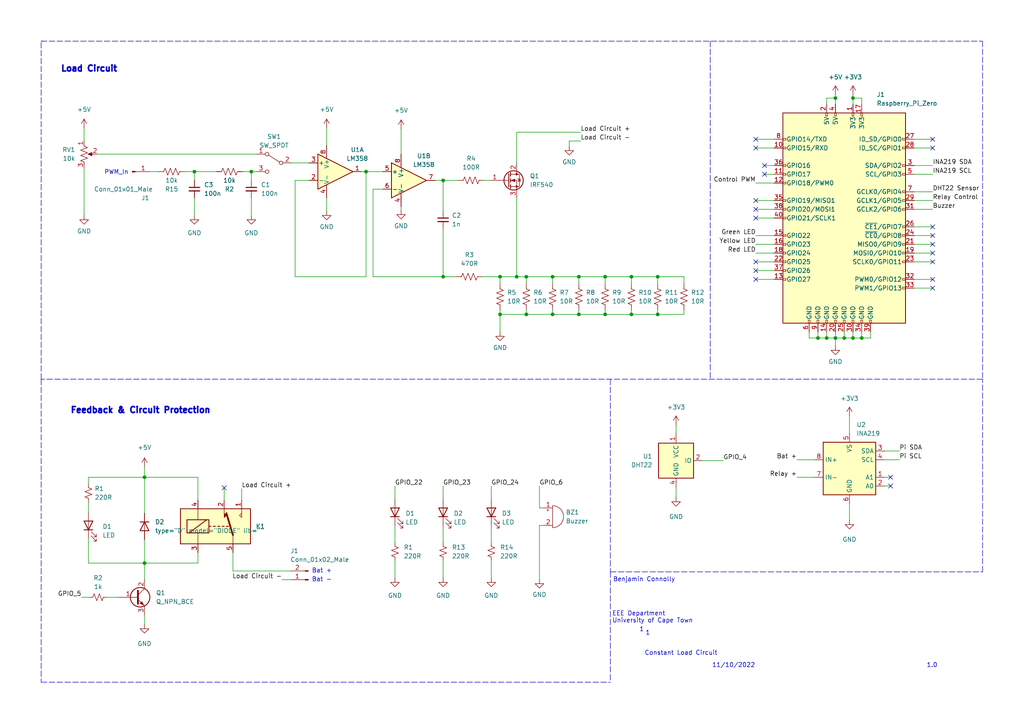
<source format=kicad_sch>
(kicad_sch (version 20211123) (generator eeschema)
  (paper "A4")
  (lib_symbols
    (symbol "Amplifier_Operational:LM358" (pin_names (offset 0.127))
      (property "Reference" "U" (at 0 5.08 0))
      (property "Value" "LM358" (at 0 -5.08 0))
      (symbol "LM358_1_1"
        (polyline (pts (xy -5.08 5.08) (xy 5.08 0) (xy -5.08 -5.08) (xy -5.08 5.08)) (stroke (width 0.254)) (fill (type background)))
        (pin output line (at 7.62 0 180) (length 2.54) (name "~") (number "1"))
        (pin input line (at -7.62 -2.54 0) (length 2.54) (name "-") (number "2"))
        (pin input line (at -7.62 2.54 0) (length 2.54) (name "+") (number "3"))
      )
      (symbol "LM358_2_1"
        (polyline (pts (xy -5.08 5.08) (xy 5.08 0) (xy -5.08 -5.08) (xy -5.08 5.08)) (stroke (width 0.254)) (fill (type background)))
        (pin input line (at -7.62 2.54 0) (length 2.54) (name "+") (number "5"))
        (pin input line (at -7.62 -2.54 0) (length 2.54) (name "-") (number "6"))
        (pin output line (at 7.62 0 180) (length 2.54) (name "~") (number "7"))
      )
      (symbol "LM358_3_1"
        (pin power_in line (at -2.54 -7.62 90) (length 3.81) (name "V-") (number "4"))
        (pin power_in line (at -2.54 7.62 270) (length 3.81) (name "V+") (number "8"))
      )
    )
    (symbol "Analog_ADC:INA219AxD"
      (property "Reference" "U" (at -6.35 8.89 0))
      (property "Value" "INA219AxD" (at 5.08 8.89 0))
      (symbol "INA219AxD_0_1"
        (rectangle (start -7.62 7.62) (end 7.62 -7.62) (stroke (width 0.254)) (fill (type background)))
      )
      (symbol "INA219AxD_1_1"
        (pin input line (at 10.16 -2.54 180) (length 2.54) (name "A1") (number "1"))
        (pin input line (at 10.16 -5.08 180) (length 2.54) (name "A0") (number "2"))
        (pin bidirectional line (at 10.16 5.08 180) (length 2.54) (name "SDA") (number "3"))
        (pin input line (at 10.16 2.54 180) (length 2.54) (name "SCL") (number "4"))
        (pin power_in line (at 0 10.16 270) (length 2.54) (name "VS") (number "5"))
        (pin power_in line (at 0 -10.16 90) (length 2.54) (name "GND") (number "6"))
        (pin input line (at -10.16 -2.54 0) (length 2.54) (name "IN-") (number "7"))
        (pin input line (at -10.16 2.54 0) (length 2.54) (name "IN+") (number "8"))
      )
    )
    (symbol "Connector:Conn_01x01_Male" (pin_names (offset 1.016) hide)
      (property "Reference" "J" (at 0 2.54 0))
      (property "Value" "Conn_01x01_Male" (at 0 -2.54 0))
      (symbol "Conn_01x01_Male_1_1"
        (polyline (pts (xy 1.27 0) (xy 0.8636 0)) (stroke (width 0.1524)))
        (rectangle (start 0.8636 0.127) (end 0 -0.127) (stroke (width 0.1524)) (fill (type outline)))
        (pin passive line (at 5.08 0 180) (length 3.81) (name "Pin_1") (number "1"))
      )
    )
    (symbol "Connector:Conn_01x02_Male" (pin_names (offset 1.016) hide)
      (property "Reference" "J" (at 0 2.54 0))
      (property "Value" "Conn_01x02_Male" (at 0 -5.08 0))
      (symbol "Conn_01x02_Male_1_1"
        (polyline (pts (xy 1.27 -2.54) (xy 0.8636 -2.54)) (stroke (width 0.1524)))
        (polyline (pts (xy 1.27 0) (xy 0.8636 0)) (stroke (width 0.1524)))
        (rectangle (start 0.8636 -2.413) (end 0 -2.667) (stroke (width 0.1524)) (fill (type outline)))
        (rectangle (start 0.8636 0.127) (end 0 -0.127) (stroke (width 0.1524)) (fill (type outline)))
        (pin passive line (at 5.08 0 180) (length 3.81) (name "Pin_1") (number "1"))
        (pin passive line (at 5.08 -2.54 180) (length 3.81) (name "Pin_2") (number "2"))
      )
    )
    (symbol "Connector:Raspberry_Pi_2_3" (pin_names (offset 1.016))
      (property "Reference" "J" (at -17.78 31.75 0))
      (property "Value" "Raspberry_Pi_2_3" (at 10.16 -31.75 0))
      (symbol "Raspberry_Pi_2_3_0_1"
        (rectangle (start -17.78 30.48) (end 17.78 -30.48) (stroke (width 0.254)) (fill (type background)))
      )
      (symbol "Raspberry_Pi_2_3_1_1"
        (rectangle (start -16.891 -17.526) (end -17.78 -18.034))
        (rectangle (start -16.891 -14.986) (end -17.78 -15.494))
        (rectangle (start -16.891 -12.446) (end -17.78 -12.954))
        (rectangle (start -16.891 -9.906) (end -17.78 -10.414))
        (rectangle (start -16.891 -7.366) (end -17.78 -7.874))
        (rectangle (start -16.891 -4.826) (end -17.78 -5.334))
        (rectangle (start -16.891 0.254) (end -17.78 -0.254))
        (rectangle (start -16.891 2.794) (end -17.78 2.286))
        (rectangle (start -16.891 5.334) (end -17.78 4.826))
        (rectangle (start -16.891 10.414) (end -17.78 9.906))
        (rectangle (start -16.891 12.954) (end -17.78 12.446))
        (rectangle (start -16.891 15.494) (end -17.78 14.986))
        (rectangle (start -16.891 20.574) (end -17.78 20.066))
        (rectangle (start -16.891 23.114) (end -17.78 22.606))
        (rectangle (start -10.414 -29.591) (end -9.906 -30.48))
        (rectangle (start -7.874 -29.591) (end -7.366 -30.48))
        (rectangle (start -5.334 -29.591) (end -4.826 -30.48))
        (rectangle (start -5.334 30.48) (end -4.826 29.591))
        (rectangle (start -2.794 -29.591) (end -2.286 -30.48))
        (rectangle (start -2.794 30.48) (end -2.286 29.591))
        (rectangle (start -0.254 -29.591) (end 0.254 -30.48))
        (rectangle (start 2.286 -29.591) (end 2.794 -30.48))
        (rectangle (start 2.286 30.48) (end 2.794 29.591))
        (rectangle (start 4.826 -29.591) (end 5.334 -30.48))
        (rectangle (start 4.826 30.48) (end 5.334 29.591))
        (rectangle (start 7.366 -29.591) (end 7.874 -30.48))
        (rectangle (start 17.78 -20.066) (end 16.891 -20.574))
        (rectangle (start 17.78 -17.526) (end 16.891 -18.034))
        (rectangle (start 17.78 -12.446) (end 16.891 -12.954))
        (rectangle (start 17.78 -9.906) (end 16.891 -10.414))
        (rectangle (start 17.78 -7.366) (end 16.891 -7.874))
        (rectangle (start 17.78 -4.826) (end 16.891 -5.334))
        (rectangle (start 17.78 -2.286) (end 16.891 -2.794))
        (rectangle (start 17.78 2.794) (end 16.891 2.286))
        (rectangle (start 17.78 5.334) (end 16.891 4.826))
        (rectangle (start 17.78 7.874) (end 16.891 7.366))
        (rectangle (start 17.78 12.954) (end 16.891 12.446))
        (rectangle (start 17.78 15.494) (end 16.891 14.986))
        (rectangle (start 17.78 20.574) (end 16.891 20.066))
        (rectangle (start 17.78 23.114) (end 16.891 22.606))
        (pin power_in line (at 2.54 33.02 270) (length 2.54) (name "3V3") (number "1"))
        (pin bidirectional line (at -20.32 20.32 0) (length 2.54) (name "GPIO15/RXD") (number "10"))
        (pin bidirectional line (at -20.32 12.7 0) (length 2.54) (name "GPIO17") (number "11"))
        (pin bidirectional line (at -20.32 10.16 0) (length 2.54) (name "GPIO18/PWM0") (number "12"))
        (pin bidirectional line (at -20.32 -17.78 0) (length 2.54) (name "GPIO27") (number "13"))
        (pin power_in line (at -5.08 -33.02 90) (length 2.54) (name "GND") (number "14"))
        (pin bidirectional line (at -20.32 -5.08 0) (length 2.54) (name "GPIO22") (number "15"))
        (pin bidirectional line (at -20.32 -7.62 0) (length 2.54) (name "GPIO23") (number "16"))
        (pin power_in line (at 5.08 33.02 270) (length 2.54) (name "3V3") (number "17"))
        (pin bidirectional line (at -20.32 -10.16 0) (length 2.54) (name "GPIO24") (number "18"))
        (pin bidirectional line (at 20.32 -10.16 180) (length 2.54) (name "MOSI0/GPIO10") (number "19"))
        (pin power_in line (at -5.08 33.02 270) (length 2.54) (name "5V") (number "2"))
        (pin power_in line (at -2.54 -33.02 90) (length 2.54) (name "GND") (number "20"))
        (pin bidirectional line (at 20.32 -7.62 180) (length 2.54) (name "MISO0/GPIO9") (number "21"))
        (pin bidirectional line (at -20.32 -12.7 0) (length 2.54) (name "GPIO25") (number "22"))
        (pin bidirectional line (at 20.32 -12.7 180) (length 2.54) (name "SCLK0/GPIO11") (number "23"))
        (pin bidirectional line (at 20.32 -5.08 180) (length 2.54) (name "~{CE0}/GPIO8") (number "24"))
        (pin power_in line (at 0 -33.02 90) (length 2.54) (name "GND") (number "25"))
        (pin bidirectional line (at 20.32 -2.54 180) (length 2.54) (name "~{CE1}/GPIO7") (number "26"))
        (pin bidirectional line (at 20.32 22.86 180) (length 2.54) (name "ID_SD/GPIO0") (number "27"))
        (pin bidirectional line (at 20.32 20.32 180) (length 2.54) (name "ID_SC/GPIO1") (number "28"))
        (pin bidirectional line (at 20.32 5.08 180) (length 2.54) (name "GCLK1/GPIO5") (number "29"))
        (pin bidirectional line (at 20.32 15.24 180) (length 2.54) (name "SDA/GPIO2") (number "3"))
        (pin power_in line (at 2.54 -33.02 90) (length 2.54) (name "GND") (number "30"))
        (pin bidirectional line (at 20.32 2.54 180) (length 2.54) (name "GCLK2/GPIO6") (number "31"))
        (pin bidirectional line (at 20.32 -17.78 180) (length 2.54) (name "PWM0/GPIO12") (number "32"))
        (pin bidirectional line (at 20.32 -20.32 180) (length 2.54) (name "PWM1/GPIO13") (number "33"))
        (pin power_in line (at 5.08 -33.02 90) (length 2.54) (name "GND") (number "34"))
        (pin bidirectional line (at -20.32 5.08 0) (length 2.54) (name "GPIO19/MISO1") (number "35"))
        (pin bidirectional line (at -20.32 15.24 0) (length 2.54) (name "GPIO16") (number "36"))
        (pin bidirectional line (at -20.32 -15.24 0) (length 2.54) (name "GPIO26") (number "37"))
        (pin bidirectional line (at -20.32 2.54 0) (length 2.54) (name "GPIO20/MOSI1") (number "38"))
        (pin power_in line (at 7.62 -33.02 90) (length 2.54) (name "GND") (number "39"))
        (pin power_in line (at -2.54 33.02 270) (length 2.54) (name "5V") (number "4"))
        (pin bidirectional line (at -20.32 0 0) (length 2.54) (name "GPIO21/SCLK1") (number "40"))
        (pin bidirectional line (at 20.32 12.7 180) (length 2.54) (name "SCL/GPIO3") (number "5"))
        (pin power_in line (at -10.16 -33.02 90) (length 2.54) (name "GND") (number "6"))
        (pin bidirectional line (at 20.32 7.62 180) (length 2.54) (name "GCLK0/GPIO4") (number "7"))
        (pin bidirectional line (at -20.32 22.86 0) (length 2.54) (name "GPIO14/TXD") (number "8"))
        (pin power_in line (at -7.62 -33.02 90) (length 2.54) (name "GND") (number "9"))
      )
    )
    (symbol "Device:Buzzer" (pin_names (offset 0.0254) hide)
      (property "Reference" "BZ" (at 3.81 1.27 0))
      (property "Value" "Buzzer" (at 3.81 -1.27 0))
      (symbol "Buzzer_0_1"
        (arc (start 0 -3.175) (mid 3.175 0) (end 0 3.175))
        (polyline (pts (xy -1.651 1.905) (xy -1.143 1.905)))
        (polyline (pts (xy -1.397 2.159) (xy -1.397 1.651)))
        (polyline (pts (xy 0 3.175) (xy 0 -3.175)))
      )
      (symbol "Buzzer_1_1"
        (pin passive line (at -2.54 2.54 0) (length 2.54) (name "-") (number "1"))
        (pin passive line (at -2.54 -2.54 0) (length 2.54) (name "+") (number "2"))
      )
    )
    (symbol "Device:C_Small" (pin_numbers hide) (pin_names (offset 0.254) hide)
      (property "Reference" "C" (at 0.254 1.778 0))
      (property "Value" "C_Small" (at 0.254 -2.032 0))
      (symbol "C_Small_0_1"
        (polyline (pts (xy -1.524 -0.508) (xy 1.524 -0.508)) (stroke (width 0.3302)))
        (polyline (pts (xy -1.524 0.508) (xy 1.524 0.508)) (stroke (width 0.3048)))
      )
      (symbol "C_Small_1_1"
        (pin passive line (at 0 2.54 270) (length 2.032) (name "~") (number "1"))
        (pin passive line (at 0 -2.54 90) (length 2.032) (name "~") (number "2"))
      )
    )
    (symbol "Device:LED" (pin_numbers hide) (pin_names (offset 1.016) hide)
      (property "Reference" "D" (at 0 2.54 0))
      (property "Value" "LED" (at 0 -2.54 0))
      (symbol "LED_0_1"
        (polyline (pts (xy -1.27 -1.27) (xy -1.27 1.27)) (stroke (width 0.254)))
        (polyline (pts (xy -1.27 0) (xy 1.27 0)))
        (polyline (pts (xy 1.27 -1.27) (xy 1.27 1.27) (xy -1.27 0) (xy 1.27 -1.27)) (stroke (width 0.254)))
        (polyline (pts (xy -3.048 -0.762) (xy -4.572 -2.286) (xy -3.81 -2.286) (xy -4.572 -2.286) (xy -4.572 -1.524)))
        (polyline (pts (xy -1.778 -0.762) (xy -3.302 -2.286) (xy -2.54 -2.286) (xy -3.302 -2.286) (xy -3.302 -1.524)))
      )
      (symbol "LED_1_1"
        (pin passive line (at -3.81 0 0) (length 2.54) (name "K") (number "1"))
        (pin passive line (at 3.81 0 180) (length 2.54) (name "A") (number "2"))
      )
    )
    (symbol "Device:Q_NMOS_GDS" (pin_names (offset 0) hide)
      (property "Reference" "Q" (at 5.08 1.27 0))
      (property "Value" "Q_NMOS_GDS" (at 5.08 -1.27 0))
      (symbol "Q_NMOS_GDS_0_1"
        (polyline (pts (xy 0.254 0) (xy -2.54 0)))
        (polyline (pts (xy 0.254 1.905) (xy 0.254 -1.905)) (stroke (width 0.254)))
        (polyline (pts (xy 0.762 -1.27) (xy 0.762 -2.286)) (stroke (width 0.254)))
        (polyline (pts (xy 0.762 0.508) (xy 0.762 -0.508)) (stroke (width 0.254)))
        (polyline (pts (xy 0.762 2.286) (xy 0.762 1.27)) (stroke (width 0.254)))
        (polyline (pts (xy 2.54 2.54) (xy 2.54 1.778)))
        (polyline (pts (xy 2.54 -2.54) (xy 2.54 0) (xy 0.762 0)))
        (polyline (pts (xy 0.762 -1.778) (xy 3.302 -1.778) (xy 3.302 1.778) (xy 0.762 1.778)))
        (polyline (pts (xy 1.016 0) (xy 2.032 0.381) (xy 2.032 -0.381) (xy 1.016 0)) (fill (type outline)))
        (polyline (pts (xy 2.794 0.508) (xy 2.921 0.381) (xy 3.683 0.381) (xy 3.81 0.254)))
        (polyline (pts (xy 3.302 0.381) (xy 2.921 -0.254) (xy 3.683 -0.254) (xy 3.302 0.381)))
        (circle (center 1.651 0) (radius 2.794) (stroke (width 0.254)))
        (circle (center 2.54 -1.778) (radius 0.254) (fill (type outline)))
        (circle (center 2.54 1.778) (radius 0.254) (fill (type outline)))
      )
      (symbol "Q_NMOS_GDS_1_1"
        (pin input line (at -5.08 0 0) (length 2.54) (name "G") (number "1"))
        (pin passive line (at 2.54 5.08 270) (length 2.54) (name "D") (number "2"))
        (pin passive line (at 2.54 -5.08 90) (length 2.54) (name "S") (number "3"))
      )
    )
    (symbol "Device:Q_NPN_BCE" (pin_names (offset 0) hide)
      (property "Reference" "Q" (at 5.08 1.27 0))
      (property "Value" "Q_NPN_BCE" (at 5.08 -1.27 0))
      (symbol "Q_NPN_BCE_0_1"
        (polyline (pts (xy 0.635 0.635) (xy 2.54 2.54)))
        (polyline (pts (xy 0.635 -0.635) (xy 2.54 -2.54) (xy 2.54 -2.54)))
        (polyline (pts (xy 0.635 1.905) (xy 0.635 -1.905) (xy 0.635 -1.905)) (stroke (width 0.508)))
        (polyline (pts (xy 1.27 -1.778) (xy 1.778 -1.27) (xy 2.286 -2.286) (xy 1.27 -1.778) (xy 1.27 -1.778)) (fill (type outline)))
        (circle (center 1.27 0) (radius 2.8194) (stroke (width 0.254)))
      )
      (symbol "Q_NPN_BCE_1_1"
        (pin input line (at -5.08 0 0) (length 5.715) (name "B") (number "1"))
        (pin passive line (at 2.54 5.08 270) (length 2.54) (name "C") (number "2"))
        (pin passive line (at 2.54 -5.08 90) (length 2.54) (name "E") (number "3"))
      )
    )
    (symbol "Device:R_Potentiometer_US" (pin_names (offset 1.016) hide)
      (property "Reference" "RV" (at -4.445 0 90))
      (property "Value" "R_Potentiometer_US" (at -2.54 0 90))
      (symbol "R_Potentiometer_US_0_1"
        (polyline (pts (xy 0 -2.286) (xy 0 -2.54)))
        (polyline (pts (xy 0 2.54) (xy 0 2.286)))
        (polyline (pts (xy 2.54 0) (xy 1.524 0)))
        (polyline (pts (xy 1.143 0) (xy 2.286 0.508) (xy 2.286 -0.508) (xy 1.143 0)) (fill (type outline)))
        (polyline (pts (xy 0 -0.762) (xy 1.016 -1.143) (xy 0 -1.524) (xy -1.016 -1.905) (xy 0 -2.286)))
        (polyline (pts (xy 0 0.762) (xy 1.016 0.381) (xy 0 0) (xy -1.016 -0.381) (xy 0 -0.762)))
        (polyline (pts (xy 0 2.286) (xy 1.016 1.905) (xy 0 1.524) (xy -1.016 1.143) (xy 0 0.762)))
      )
      (symbol "R_Potentiometer_US_1_1"
        (pin passive line (at 0 3.81 270) (length 1.27) (name "1") (number "1"))
        (pin passive line (at 3.81 0 180) (length 1.27) (name "2") (number "2"))
        (pin passive line (at 0 -3.81 90) (length 1.27) (name "3") (number "3"))
      )
    )
    (symbol "Device:R_Small_US" (pin_numbers hide) (pin_names (offset 0.254) hide)
      (property "Reference" "R" (at 0.762 0.508 0))
      (property "Value" "R_Small_US" (at 0.762 -1.016 0))
      (symbol "R_Small_US_1_1"
        (polyline (pts (xy 0 0) (xy 1.016 -0.381) (xy 0 -0.762) (xy -1.016 -1.143) (xy 0 -1.524)))
        (polyline (pts (xy 0 1.524) (xy 1.016 1.143) (xy 0 0.762) (xy -1.016 0.381) (xy 0 0)))
        (pin passive line (at 0 2.54 270) (length 1.016) (name "~") (number "1"))
        (pin passive line (at 0 -2.54 90) (length 1.016) (name "~") (number "2"))
      )
    )
    (symbol "Device:R_US" (pin_numbers hide) (pin_names (offset 0))
      (property "Reference" "R" (at 2.54 0 90))
      (property "Value" "R_US" (at -2.54 0 90))
      (symbol "R_US_0_1"
        (polyline (pts (xy 0 -2.286) (xy 0 -2.54)))
        (polyline (pts (xy 0 2.286) (xy 0 2.54)))
        (polyline (pts (xy 0 -0.762) (xy 1.016 -1.143) (xy 0 -1.524) (xy -1.016 -1.905) (xy 0 -2.286)))
        (polyline (pts (xy 0 0.762) (xy 1.016 0.381) (xy 0 0) (xy -1.016 -0.381) (xy 0 -0.762)))
        (polyline (pts (xy 0 2.286) (xy 1.016 1.905) (xy 0 1.524) (xy -1.016 1.143) (xy 0 0.762)))
      )
      (symbol "R_US_1_1"
        (pin passive line (at 0 3.81 270) (length 1.27) (name "~") (number "1"))
        (pin passive line (at 0 -3.81 90) (length 1.27) (name "~") (number "2"))
      )
    )
    (symbol "Relay:Y14x-1C-xxDS"
      (property "Reference" "K" (at 11.43 3.81 0))
      (property "Value" "Y14x-1C-xxDS" (at 11.43 1.27 0))
      (symbol "Y14x-1C-xxDS_0_0"
        (polyline (pts (xy 7.62 5.08) (xy 7.62 2.54) (xy 6.985 3.175) (xy 7.62 3.81)))
      )
      (symbol "Y14x-1C-xxDS_0_1"
        (rectangle (start -10.16 5.08) (end 10.16 -5.08) (stroke (width 0.254)) (fill (type background)))
        (rectangle (start -8.255 1.905) (end -1.905 -1.905) (stroke (width 0.254)))
        (polyline (pts (xy -7.62 -1.905) (xy -2.54 1.905)) (stroke (width 0.254)))
        (polyline (pts (xy -5.08 -5.08) (xy -5.08 -1.905)))
        (polyline (pts (xy -5.08 5.08) (xy -5.08 1.905)))
        (polyline (pts (xy -1.905 0) (xy -1.27 0)) (stroke (width 0.254)))
        (polyline (pts (xy -0.635 0) (xy 0 0)) (stroke (width 0.254)))
        (polyline (pts (xy 0.635 0) (xy 1.27 0)) (stroke (width 0.254)))
        (polyline (pts (xy 1.905 0) (xy 2.54 0)) (stroke (width 0.254)))
        (polyline (pts (xy 3.175 0) (xy 3.81 0)) (stroke (width 0.254)))
        (polyline (pts (xy 5.08 -2.54) (xy 3.175 3.81)) (stroke (width 0.508)))
        (polyline (pts (xy 5.08 -2.54) (xy 5.08 -5.08)))
        (polyline (pts (xy 2.54 5.08) (xy 2.54 2.54) (xy 3.175 3.175) (xy 2.54 3.81)) (fill (type outline)))
      )
      (symbol "Y14x-1C-xxDS_1_1"
        (pin passive line (at 7.62 7.62 270) (length 2.54) (name "~") (number "1"))
        (pin passive line (at 2.54 7.62 270) (length 2.54) (name "~") (number "2"))
        (pin passive line (at -5.08 -7.62 90) (length 2.54) (name "~") (number "3"))
        (pin passive line (at -5.08 7.62 270) (length 2.54) (name "~") (number "4"))
        (pin passive line (at 5.08 -7.62 90) (length 2.54) (name "~") (number "5"))
        (pin passive line (at 5.08 -7.62 90) (length 2.54) hide (name "~") (number "6"))
      )
    )
    (symbol "Sensor:DHT11"
      (property "Reference" "U" (at -3.81 6.35 0))
      (property "Value" "DHT11" (at 3.81 6.35 0))
      (symbol "DHT11_0_1"
        (rectangle (start -5.08 5.08) (end 5.08 -5.08) (stroke (width 0.254)) (fill (type background)))
      )
      (symbol "DHT11_1_1"
        (pin power_in line (at 0 7.62 270) (length 2.54) (name "VCC") (number "1"))
        (pin bidirectional line (at 7.62 0 180) (length 2.54) (name "IO") (number "2"))
        (pin no_connect line (at -5.08 0 0) (length 2.54) hide (name "NC") (number "3"))
        (pin power_in line (at 0 -7.62 90) (length 2.54) (name "GND") (number "4"))
      )
    )
    (symbol "Simulation_SPICE:DIODE" (pin_numbers hide) (pin_names (offset 1.016) hide)
      (property "Reference" "D" (at 0 2.54 0))
      (property "Value" "DIODE" (at 0 -2.54 0))
      (symbol "DIODE_0_1"
        (polyline (pts (xy 1.27 0) (xy -1.27 0)))
        (polyline (pts (xy 1.27 1.27) (xy 1.27 -1.27)) (stroke (width 0.254)))
        (polyline (pts (xy -1.27 -1.27) (xy -1.27 1.27) (xy 1.27 0) (xy -1.27 -1.27)) (stroke (width 0.254)))
      )
      (symbol "DIODE_1_1"
        (pin passive line (at -3.81 0 0) (length 2.54) (name "A") (number "1"))
        (pin passive line (at 3.81 0 180) (length 2.54) (name "K") (number "2"))
      )
    )
    (symbol "Switch:SW_SPDT" (pin_names (offset 0) hide)
      (property "Reference" "SW" (at 0 4.318 0))
      (property "Value" "SW_SPDT" (at 0 -5.08 0))
      (symbol "SW_SPDT_0_0"
        (circle (center -2.032 0) (radius 0.508))
        (circle (center 2.032 -2.54) (radius 0.508))
      )
      (symbol "SW_SPDT_0_1"
        (polyline (pts (xy -1.524 0.254) (xy 1.651 2.286)))
        (circle (center 2.032 2.54) (radius 0.508))
      )
      (symbol "SW_SPDT_1_1"
        (pin passive line (at 5.08 2.54 180) (length 2.54) (name "A") (number "1"))
        (pin passive line (at -5.08 0 0) (length 2.54) (name "B") (number "2"))
        (pin passive line (at 5.08 -2.54 180) (length 2.54) (name "C") (number "3"))
      )
    )
    (symbol "power:+3V3" (power) (pin_names (offset 0))
      (property "Value" "+3V3" (at 0 3.556 0))
      (symbol "+3V3_0_1"
        (polyline (pts (xy -0.762 1.27) (xy 0 2.54)))
        (polyline (pts (xy 0 0) (xy 0 2.54)))
        (polyline (pts (xy 0 2.54) (xy 0.762 1.27)))
      )
      (symbol "+3V3_1_1"
        (pin power_in line (at 0 0 90) (length 0) hide (name "+3V3") (number "1"))
      )
    )
    (symbol "power:+5V" (power) (pin_names (offset 0))
      (property "Value" "+5V" (at 0 3.556 0))
      (symbol "+5V_0_1"
        (polyline (pts (xy -0.762 1.27) (xy 0 2.54)))
        (polyline (pts (xy 0 0) (xy 0 2.54)))
        (polyline (pts (xy 0 2.54) (xy 0.762 1.27)))
      )
      (symbol "+5V_1_1"
        (pin power_in line (at 0 0 90) (length 0) hide (name "+5V") (number "1"))
      )
    )
    (symbol "power:GND" (power) (pin_names (offset 0))
      (property "Value" "GND" (at 0 -3.81 0))
      (symbol "GND_0_1"
        (polyline (pts (xy 0 0) (xy 0 -1.27) (xy 1.27 -1.27) (xy 0 -2.54) (xy -1.27 -1.27) (xy 0 -1.27)))
      )
      (symbol "GND_1_1"
        (pin power_in line (at 0 0 270) (length 0) hide (name "GND") (number "1"))
      )
    )
  )
  (junction (at 160.274 91.186))
  (junction (at 145.034 80.264))
  (junction (at 183.134 91.186))
  (junction (at 167.894 91.186))
  (junction (at 249.936 98.044))
  (junction (at 72.898 49.784))
  (junction (at 167.894 80.264))
  (junction (at 242.316 98.044))
  (junction (at 41.91 163.322))
  (junction (at 41.91 138.43))
  (junction (at 239.776 98.044))
  (junction (at 128.524 52.324))
  (junction (at 175.514 80.264))
  (junction (at 128.524 80.264))
  (junction (at 237.236 98.044))
  (junction (at 160.274 80.264))
  (junction (at 247.396 98.044))
  (junction (at 183.134 80.264))
  (junction (at 190.754 91.186))
  (junction (at 152.654 91.186))
  (junction (at 242.316 28.448))
  (junction (at 145.034 91.186))
  (junction (at 106.172 49.784))
  (junction (at 152.654 80.264))
  (junction (at 190.754 80.264))
  (junction (at 149.86 80.264))
  (junction (at 175.514 91.186))
  (junction (at 56.388 49.784))
  (junction (at 247.396 28.448))
  (junction (at 244.856 98.044))
  (no_connect (at 258.318 138.43))
  (no_connect (at 258.318 140.97))
  (no_connect (at 270.51 68.326))
  (no_connect (at 270.51 81.026))
  (no_connect (at 270.51 75.946))
  (no_connect (at 270.51 73.406))
  (no_connect (at 270.51 70.866))
  (no_connect (at 270.51 83.566))
  (no_connect (at 270.51 65.786))
  (no_connect (at 270.51 42.926))
  (no_connect (at 270.51 40.386))
  (no_connect (at 221.742 50.546))
  (no_connect (at 219.202 40.386))
  (no_connect (at 219.202 42.926))
  (no_connect (at 219.202 63.246))
  (no_connect (at 219.202 60.706))
  (no_connect (at 219.202 58.166))
  (no_connect (at 221.742 48.006))
  (no_connect (at 219.202 81.026))
  (no_connect (at 219.202 75.946))
  (no_connect (at 219.202 78.486))
  (no_connect (at 65.024 141.478))
  (wire (pts (xy 114.554 162.56) (xy 114.554 167.64)))
  (wire (pts (xy 149.86 38.354) (xy 149.86 47.244)))
  (polyline (pts (xy 177.038 109.982) (xy 177.038 165.862)))
  (wire (pts (xy 219.202 75.946) (xy 224.536 75.946)))
  (wire (pts (xy 183.134 89.916) (xy 183.134 91.186)))
  (wire (pts (xy 41.91 138.43) (xy 57.404 138.43)))
  (wire (pts (xy 219.202 68.326) (xy 224.536 68.326)))
  (wire (pts (xy 23.622 173.228) (xy 25.908 173.228)))
  (wire (pts (xy 110.998 54.864) (xy 108.204 54.864)))
  (wire (pts (xy 256.54 140.97) (xy 258.318 140.97)))
  (polyline (pts (xy 284.988 109.982) (xy 11.938 109.982)))
  (wire (pts (xy 219.202 42.926) (xy 224.536 42.926)))
  (wire (pts (xy 265.176 83.566) (xy 270.51 83.566)))
  (wire (pts (xy 265.176 48.006) (xy 270.51 48.006)))
  (wire (pts (xy 175.514 80.264) (xy 167.894 80.264)))
  (wire (pts (xy 198.374 89.916) (xy 198.374 91.186)))
  (wire (pts (xy 160.274 80.264) (xy 160.274 82.296)))
  (wire (pts (xy 175.514 80.264) (xy 175.514 82.296)))
  (wire (pts (xy 231.14 133.35) (xy 236.22 133.35)))
  (wire (pts (xy 265.176 73.406) (xy 270.51 73.406)))
  (wire (pts (xy 128.524 52.324) (xy 128.524 61.214)))
  (wire (pts (xy 221.742 50.546) (xy 224.536 50.546)))
  (wire (pts (xy 25.654 163.322) (xy 41.91 163.322)))
  (wire (pts (xy 57.404 163.322) (xy 57.404 160.274)))
  (wire (pts (xy 142.494 140.97) (xy 142.494 144.78)))
  (wire (pts (xy 106.172 49.784) (xy 110.998 49.784)))
  (wire (pts (xy 145.034 91.186) (xy 145.034 89.916)))
  (wire (pts (xy 196.088 123.19) (xy 196.088 125.984)))
  (wire (pts (xy 56.388 49.784) (xy 56.388 52.324)))
  (wire (pts (xy 265.176 68.326) (xy 270.51 68.326)))
  (wire (pts (xy 43.434 49.784) (xy 45.974 49.784)))
  (wire (pts (xy 57.404 138.43) (xy 57.404 145.034)))
  (polyline (pts (xy 177.038 165.862) (xy 284.988 165.862)))
  (polyline (pts (xy 177.038 165.862) (xy 177.038 197.866)))
  (wire (pts (xy 41.91 163.322) (xy 41.91 168.148)))
  (wire (pts (xy 265.176 58.166) (xy 270.51 58.166)))
  (wire (pts (xy 249.936 28.448) (xy 247.396 28.448)))
  (wire (pts (xy 168.402 40.894) (xy 165.1 40.894)))
  (wire (pts (xy 53.594 49.784) (xy 56.388 49.784)))
  (wire (pts (xy 190.754 80.264) (xy 183.134 80.264)))
  (wire (pts (xy 25.654 156.21) (xy 25.654 163.322)))
  (wire (pts (xy 198.374 91.186) (xy 190.754 91.186)))
  (wire (pts (xy 219.202 70.866) (xy 224.536 70.866)))
  (wire (pts (xy 72.898 57.404) (xy 72.898 62.484)))
  (wire (pts (xy 190.754 80.264) (xy 190.754 82.296)))
  (wire (pts (xy 152.654 80.264) (xy 152.654 82.296)))
  (polyline (pts (xy 284.988 165.862) (xy 284.988 109.982)))
  (wire (pts (xy 219.202 60.706) (xy 224.536 60.706)))
  (wire (pts (xy 219.202 58.166) (xy 224.536 58.166)))
  (wire (pts (xy 219.202 63.246) (xy 224.536 63.246)))
  (wire (pts (xy 198.374 82.296) (xy 198.374 80.264)))
  (wire (pts (xy 219.202 73.406) (xy 224.536 73.406)))
  (wire (pts (xy 183.134 80.264) (xy 183.134 82.296)))
  (wire (pts (xy 244.856 96.266) (xy 244.856 98.044)))
  (wire (pts (xy 25.654 140.462) (xy 25.654 138.43)))
  (wire (pts (xy 65.024 141.478) (xy 65.024 145.034)))
  (wire (pts (xy 256.54 130.81) (xy 260.858 130.81)))
  (wire (pts (xy 145.034 80.264) (xy 145.034 82.296)))
  (polyline (pts (xy 11.938 109.982) (xy 11.938 197.866)))
  (wire (pts (xy 24.384 37.084) (xy 24.384 40.894)))
  (wire (pts (xy 265.176 55.626) (xy 270.51 55.626)))
  (wire (pts (xy 140.462 52.324) (xy 142.24 52.324)))
  (wire (pts (xy 126.238 52.324) (xy 128.524 52.324)))
  (polyline (pts (xy 11.938 11.938) (xy 12.446 11.938)))
  (wire (pts (xy 152.654 91.186) (xy 145.034 91.186)))
  (wire (pts (xy 237.236 98.044) (xy 237.236 96.266)))
  (wire (pts (xy 265.176 42.926) (xy 270.51 42.926)))
  (wire (pts (xy 128.524 152.4) (xy 128.524 157.48)))
  (wire (pts (xy 239.776 28.448) (xy 239.776 30.226)))
  (wire (pts (xy 67.564 165.608) (xy 67.564 160.274)))
  (wire (pts (xy 246.38 120.65) (xy 246.38 125.73)))
  (wire (pts (xy 157.734 147.32) (xy 156.464 147.32)))
  (wire (pts (xy 152.654 89.916) (xy 152.654 91.186)))
  (wire (pts (xy 244.856 98.044) (xy 242.316 98.044)))
  (wire (pts (xy 128.524 140.97) (xy 128.524 144.78)))
  (wire (pts (xy 167.894 89.916) (xy 167.894 91.186)))
  (wire (pts (xy 231.14 138.43) (xy 236.22 138.43)))
  (wire (pts (xy 41.91 148.844) (xy 41.91 138.43)))
  (wire (pts (xy 265.176 70.866) (xy 270.51 70.866)))
  (wire (pts (xy 175.514 89.916) (xy 175.514 91.186)))
  (wire (pts (xy 190.754 89.916) (xy 190.754 91.186)))
  (wire (pts (xy 160.274 80.264) (xy 152.654 80.264)))
  (wire (pts (xy 247.396 98.044) (xy 244.856 98.044)))
  (wire (pts (xy 183.134 80.264) (xy 175.514 80.264)))
  (wire (pts (xy 30.988 173.228) (xy 34.29 173.228)))
  (wire (pts (xy 198.374 80.264) (xy 190.754 80.264)))
  (wire (pts (xy 41.91 138.43) (xy 25.654 138.43)))
  (polyline (pts (xy 11.938 109.982) (xy 11.938 11.938)))
  (wire (pts (xy 142.494 162.56) (xy 142.494 167.64)))
  (wire (pts (xy 114.554 152.4) (xy 114.554 157.48)))
  (wire (pts (xy 239.776 98.044) (xy 237.236 98.044)))
  (wire (pts (xy 242.316 98.044) (xy 239.776 98.044)))
  (wire (pts (xy 234.696 96.266) (xy 234.696 98.044)))
  (wire (pts (xy 116.332 59.944) (xy 116.332 60.96)))
  (wire (pts (xy 242.316 98.044) (xy 242.316 100.33)))
  (wire (pts (xy 149.86 80.264) (xy 145.034 80.264)))
  (wire (pts (xy 70.358 49.784) (xy 72.898 49.784)))
  (wire (pts (xy 219.202 53.086) (xy 224.536 53.086)))
  (wire (pts (xy 167.894 80.264) (xy 167.894 82.296)))
  (wire (pts (xy 219.202 78.486) (xy 224.536 78.486)))
  (wire (pts (xy 70.104 141.732) (xy 70.104 145.034)))
  (wire (pts (xy 24.384 48.514) (xy 24.384 62.484)))
  (wire (pts (xy 116.332 37.338) (xy 116.332 44.704)))
  (wire (pts (xy 165.1 40.894) (xy 165.1 42.418)))
  (wire (pts (xy 256.54 133.35) (xy 260.858 133.35)))
  (wire (pts (xy 84.328 165.608) (xy 67.564 165.608)))
  (wire (pts (xy 190.754 91.186) (xy 183.134 91.186)))
  (wire (pts (xy 72.898 49.784) (xy 74.422 49.784)))
  (wire (pts (xy 156.464 140.97) (xy 156.464 147.32)))
  (wire (pts (xy 114.554 140.97) (xy 114.554 144.78)))
  (wire (pts (xy 56.388 49.784) (xy 62.738 49.784)))
  (wire (pts (xy 160.274 91.186) (xy 152.654 91.186)))
  (polyline (pts (xy 11.938 11.938) (xy 284.988 11.938)))
  (wire (pts (xy 85.598 80.264) (xy 106.172 80.264)))
  (wire (pts (xy 252.476 98.044) (xy 249.936 98.044)))
  (wire (pts (xy 221.742 48.006) (xy 224.536 48.006)))
  (wire (pts (xy 256.54 138.43) (xy 258.318 138.43)))
  (wire (pts (xy 41.91 178.308) (xy 41.91 181.102)))
  (wire (pts (xy 104.902 49.784) (xy 106.172 49.784)))
  (wire (pts (xy 265.176 75.946) (xy 270.51 75.946)))
  (wire (pts (xy 84.582 47.244) (xy 89.662 47.244)))
  (wire (pts (xy 128.524 162.56) (xy 128.524 167.64)))
  (wire (pts (xy 149.86 38.354) (xy 168.402 38.354)))
  (wire (pts (xy 265.176 50.546) (xy 270.51 50.546)))
  (wire (pts (xy 145.034 91.186) (xy 145.034 96.266)))
  (wire (pts (xy 56.388 57.404) (xy 56.388 62.484)))
  (wire (pts (xy 252.476 96.266) (xy 252.476 98.044)))
  (wire (pts (xy 85.598 52.324) (xy 85.598 80.264)))
  (wire (pts (xy 108.204 80.264) (xy 128.524 80.264)))
  (wire (pts (xy 242.316 96.266) (xy 242.316 98.044)))
  (wire (pts (xy 41.91 156.464) (xy 41.91 163.322)))
  (wire (pts (xy 142.494 152.4) (xy 142.494 157.48)))
  (wire (pts (xy 242.316 28.448) (xy 242.316 30.226)))
  (wire (pts (xy 234.696 98.044) (xy 237.236 98.044)))
  (wire (pts (xy 265.176 60.706) (xy 270.51 60.706)))
  (wire (pts (xy 149.86 57.404) (xy 149.86 80.264)))
  (wire (pts (xy 247.396 28.448) (xy 247.396 30.226)))
  (polyline (pts (xy 11.938 197.866) (xy 177.038 197.866)))
  (wire (pts (xy 249.936 30.226) (xy 249.936 28.448)))
  (wire (pts (xy 265.176 40.386) (xy 270.51 40.386)))
  (wire (pts (xy 152.654 80.264) (xy 149.86 80.264)))
  (polyline (pts (xy 284.988 11.938) (xy 284.988 109.982)))
  (wire (pts (xy 242.316 27.432) (xy 242.316 28.448)))
  (wire (pts (xy 203.708 133.604) (xy 209.804 133.604)))
  (wire (pts (xy 128.524 52.324) (xy 132.842 52.324)))
  (wire (pts (xy 246.38 146.05) (xy 246.38 150.876)))
  (wire (pts (xy 41.91 135.382) (xy 41.91 138.43)))
  (wire (pts (xy 167.894 91.186) (xy 160.274 91.186)))
  (wire (pts (xy 72.898 49.784) (xy 72.898 52.324)))
  (wire (pts (xy 265.176 65.786) (xy 270.51 65.786)))
  (wire (pts (xy 28.194 44.704) (xy 74.422 44.704)))
  (wire (pts (xy 156.464 152.4) (xy 156.464 168.021)))
  (wire (pts (xy 94.742 37.084) (xy 94.742 42.164)))
  (wire (pts (xy 106.172 80.264) (xy 106.172 49.784)))
  (wire (pts (xy 41.91 163.322) (xy 57.404 163.322)))
  (wire (pts (xy 196.088 141.224) (xy 196.088 144.272)))
  (wire (pts (xy 224.536 81.026) (xy 219.202 81.026)))
  (wire (pts (xy 160.274 89.916) (xy 160.274 91.186)))
  (wire (pts (xy 265.176 81.026) (xy 270.51 81.026)))
  (wire (pts (xy 175.514 91.186) (xy 167.894 91.186)))
  (wire (pts (xy 128.524 66.294) (xy 128.524 80.264)))
  (polyline (pts (xy 205.994 11.938) (xy 205.994 109.982)))
  (wire (pts (xy 25.654 145.542) (xy 25.654 148.59)))
  (wire (pts (xy 219.202 40.386) (xy 224.536 40.386)))
  (wire (pts (xy 89.662 52.324) (xy 85.598 52.324)))
  (wire (pts (xy 157.734 152.4) (xy 156.464 152.4)))
  (wire (pts (xy 247.396 96.266) (xy 247.396 98.044)))
  (wire (pts (xy 249.936 96.266) (xy 249.936 98.044)))
  (wire (pts (xy 249.936 98.044) (xy 247.396 98.044)))
  (wire (pts (xy 139.954 80.264) (xy 145.034 80.264)))
  (wire (pts (xy 167.894 80.264) (xy 160.274 80.264)))
  (wire (pts (xy 247.396 27.432) (xy 247.396 28.448)))
  (wire (pts (xy 108.204 54.864) (xy 108.204 80.264)))
  (wire (pts (xy 239.776 96.266) (xy 239.776 98.044)))
  (wire (pts (xy 128.524 80.264) (xy 132.334 80.264)))
  (wire (pts (xy 242.316 28.448) (xy 239.776 28.448)))
  (wire (pts (xy 183.134 91.186) (xy 175.514 91.186)))
  (wire (pts (xy 81.788 168.148) (xy 84.328 168.148)))
  (wire (pts (xy 94.742 57.404) (xy 94.742 61.214)))
  (text "11/10/2022" (at 206.502 193.802 0) (effects (font (size 1.27 1.27)) (justify left bottom)))
  (text "Bat +" (at 90.424 166.37 0) (effects (font (size 1.27 1.27)) (justify left bottom)))
  (text "University of Cape Town" (at 177.546 180.848 0) (effects (font (size 1.27 1.27)) (justify left bottom)))
  (text "Load Circuit" (at 17.526 21.082 0) (effects (font (size 1.75 1.75) (thickness 1) bold) (justify left bottom)))
  (text "EEE Department" (at 177.546 178.816 0) (effects (font (size 1.27 1.27)) (justify left bottom)))
  (text "Bat -" (at 90.424 168.91 0) (effects (font (size 1.27 1.27)) (justify left bottom)))
  (text "1" (at 187.198 184.404 0) (effects (font (size 1.27 1.27)) (justify left bottom)))
  (text "1" (at 185.42 183.388 0) (effects (font (size 1.27 1.27)) (justify left bottom)))
  (text "PWM_In" (at 30.226 50.8 0) (effects (font (size 1.27 1.27)) (justify left bottom)))
  (text "Benjamin Connolly" (at 177.8 168.91 0) (effects (font (size 1.27 1.27)) (justify left bottom)))
  (text "1.0" (at 268.732 193.802 0) (effects (font (size 1.27 1.27)) (justify left bottom)))
  (text "Constant Load Circuit" (at 186.944 190.246 0) (effects (font (size 1.27 1.27)) (justify left bottom)))
  (text "Feedback & Circuit Protection" (at 20.32 120.142 0) (effects (font (size 1.75 1.75) (thickness 1) bold) (justify left bottom)))
  (label "INA219 SDA" (at 270.51 48.006 0))
  (label "GPIO_5" (at 23.622 173.228 180))
  (label "GPIO_24" (at 142.494 140.97 0))
  (label "Load Circuit +" (at 168.402 38.354 0))
  (label "Load Circuit -" (at 81.788 168.148 180))
  (label "Bat +" (at 231.14 133.35 180))
  (label "GPIO_23" (at 128.524 140.97 0))
  (label "GPIO_6" (at 156.464 140.97 0))
  (label "Yellow LED" (at 219.202 70.866 180))
  (label "INA219 SCL" (at 270.51 50.546 0))
  (label "Buzzer" (at 270.51 60.706 0))
  (label "Green LED" (at 219.202 68.326 180))
  (label "Pi SDA" (at 260.858 130.81 0))
  (label "GPIO_4" (at 209.804 133.604 0))
  (label "Relay +" (at 231.14 138.43 180))
  (label "DHT22 Sensor" (at 270.51 55.626 0))
  (label "Red LED" (at 219.202 73.406 180))
  (label "Pi SCL" (at 260.858 133.35 0))
  (label "Load Circuit +" (at 70.104 141.732 0))
  (label "Load Circuit -" (at 168.402 40.894 0))
  (label "Relay Control" (at 270.51 58.166 0))
  (label "Control PWM" (at 219.202 53.086 180))
  (label "GPIO_22" (at 114.554 140.97 0))
  (symbol (lib_id "Amplifier_Operational:LM358") (at 118.872 52.324 0) (unit 3)
    (property "Reference" "U2" (effects hide))
    (property "Value" "LM358" (effects hide))
    (property "Datasheet" "http://www.ti.com/lit/ds/symlink/lm2904-n.pdf" (effects hide))
  )
  (symbol (lib_id "power:+3V3") (at 196.088 123.19 0) (unit 1)
    (property "Reference" "#PWR?" (effects hide))
    (property "Value" "+3V3" (at 196.088 118.11 0))
  )
  (symbol (lib_id "power:+3V3") (at 246.38 120.65 0) (unit 1)
    (property "Reference" "#PWR?" (effects hide))
    (property "Value" "+3V3" (at 246.38 115.57 0))
  )
  (symbol (lib_id "power:GND") (at 246.38 150.876 0) (unit 1)
    (property "Reference" "#PWR?" (effects hide))
    (property "Value" "GND" (at 246.38 156.464 0))
  )
  (symbol (lib_id "Analog_ADC:INA219AxD") (at 246.38 135.89 0) (unit 1)
    (property "Reference" "U2" (at 248.3994 123.19 0) (effects (justify left)))
    (property "Value" "INA219" (at 248.3994 125.73 0) (effects (justify left)))
    (property "Footprint" "Package_SO:SOIC-8_3.9x4.9mm_P1.27mm" (effects hide))
    (property "Datasheet" "http://www.ti.com/lit/ds/symlink/ina219.pdf" (effects hide))
  )
  (symbol (lib_id "Device:C_Small") (at 56.388 54.864 0) (unit 1)
    (property "Reference" "C3" (at 59.182 53.6002 0) (effects (justify left)))
    (property "Value" "100n" (at 59.182 56.1402 0) (effects (justify left)))
  )
  (symbol (lib_id "Connector:Conn_01x01_Male") (at 38.354 49.784 0) (unit 1)
    (property "Reference" "J1" (at 42.164 57.404 0))
    (property "Value" "Conn_01x01_Male" (at 35.814 54.864 0))
  )
  (symbol (lib_id "Device:R_US") (at 190.754 86.106 0) (unit 1)
    (property "Reference" "R11" (at 192.786 84.8359 0) (effects (justify left)))
    (property "Value" "10R" (at 192.786 87.3759 0) (effects (justify left)))
  )
  (symbol (lib_id "power:+5V") (at 94.742 37.084 0) (unit 1)
    (property "Reference" "#PWR020" (effects hide))
    (property "Value" "+5V" (at 94.742 31.75 0))
  )
  (symbol (lib_id "Switch:SW_SPDT") (at 79.502 47.244 0) (mirror y) (unit 1)
    (property "Reference" "SW1" (at 79.502 39.624 0))
    (property "Value" "SW_SPDT" (at 79.502 42.164 0))
  )
  (symbol (lib_id "power:GND") (at 142.494 167.64 0) (unit 1)
    (property "Reference" "#PWR011" (effects hide))
    (property "Value" "GND" (at 142.494 172.72 0))
  )
  (symbol (lib_id "Device:R_US") (at 66.548 49.784 90) (unit 1)
    (property "Reference" "R2" (at 66.548 54.864 90))
    (property "Value" "10k" (at 66.548 52.324 90))
  )
  (symbol (lib_id "Relay:Y14x-1C-xxDS") (at 62.484 152.654 0) (unit 1)
    (property "Reference" "K1" (at 74.168 152.6539 0) (effects (justify left)))
    (property "Value" "Y14x-1C-xxDS" (effects hide))
    (property "Footprint" "Relay_THT:Relay_SPDT_HsinDa_Y14" (effects hide))
    (property "Datasheet" "http://www.hsinda.com.cn/en/imgdown.asp?FileName=UploadFiles/201431310240386.pdf" (effects hide))
  )
  (symbol (lib_id "Device:R_US") (at 136.652 52.324 90) (unit 1)
    (property "Reference" "R4" (at 136.652 45.974 90))
    (property "Value" "100R" (at 136.652 48.514 90))
  )
  (symbol (lib_id "Device:LED") (at 128.524 148.59 90) (unit 1)
    (property "Reference" "D2" (at 131.572 148.9074 90) (effects (justify right)))
    (property "Value" "LED" (at 131.572 151.4474 90) (effects (justify right)))
  )
  (symbol (lib_id "Device:R_Small_US") (at 114.554 160.02 0) (unit 1)
    (property "Reference" "R1" (at 117.094 158.7499 0) (effects (justify left)))
    (property "Value" "220R" (at 117.094 161.2899 0) (effects (justify left)))
  )
  (symbol (lib_id "Device:LED") (at 142.494 148.59 90) (unit 1)
    (property "Reference" "D3" (at 145.542 148.9074 90) (effects (justify right)))
    (property "Value" "LED" (at 145.542 151.4474 90) (effects (justify right)))
  )
  (symbol (lib_id "Sensor:DHT11") (at 196.088 133.604 0) (unit 1)
    (property "Reference" "U1" (at 189.23 132.3339 0) (effects (justify right)))
    (property "Value" "DHT22" (at 189.23 134.8739 0) (effects (justify right)))
    (property "Footprint" "Sensor:Aosong_DHT11_5.5x12.0_P2.54mm" (effects hide))
    (property "Datasheet" "http://akizukidenshi.com/download/ds/aosong/DHT11.pdf" (effects hide))
  )
  (symbol (lib_id "Device:R_US") (at 183.134 86.106 0) (unit 1)
    (property "Reference" "R10" (at 185.166 84.8359 0) (effects (justify left)))
    (property "Value" "10R" (at 185.166 87.3759 0) (effects (justify left)))
  )
  (symbol (lib_id "power:+3V3") (at 247.396 27.432 0) (unit 1)
    (property "Reference" "#PWR?" (effects hide))
    (property "Value" "+3V3" (at 247.396 22.352 0))
  )
  (symbol (lib_id "power:GND") (at 128.524 167.64 0) (unit 1)
    (property "Reference" "#PWR08" (effects hide))
    (property "Value" "GND" (at 128.524 172.72 0))
  )
  (symbol (lib_id "Device:R_Small_US") (at 25.654 143.002 0) (unit 1)
    (property "Reference" "R1" (at 27.432 141.7319 0) (effects (justify left)))
    (property "Value" "220R" (at 27.432 144.2719 0) (effects (justify left)))
  )
  (symbol (lib_id "power:+5V") (at 24.384 37.084 0) (unit 1)
    (property "Reference" "#PWR01" (effects hide))
    (property "Value" "+5V" (at 24.384 31.75 0))
  )
  (symbol (lib_id "Amplifier_Operational:LM358") (at 97.282 49.784 0) (unit 1)
    (property "Reference" "U1" (at 103.632 43.434 0))
    (property "Value" "LM358" (at 103.632 45.974 0))
    (property "Datasheet" "http://www.ti.com/lit/ds/symlink/lm2904-n.pdf" (effects hide))
  )
  (symbol (lib_id "Device:R_Small_US") (at 142.494 160.02 0) (unit 1)
    (property "Reference" "R14" (at 145.034 158.7499 0) (effects (justify left)))
    (property "Value" "220R" (at 145.034 161.2899 0) (effects (justify left)))
  )
  (symbol (lib_id "Device:R_US") (at 152.654 86.106 0) (unit 1)
    (property "Reference" "R6" (at 154.686 84.8359 0) (effects (justify left)))
    (property "Value" "10R" (at 154.686 87.3759 0) (effects (justify left)))
  )
  (symbol (lib_id "Device:R_US") (at 160.274 86.106 0) (unit 1)
    (property "Reference" "R7" (at 162.306 84.8359 0) (effects (justify left)))
    (property "Value" "10R" (at 162.306 87.3759 0) (effects (justify left)))
  )
  (symbol (lib_id "power:+5V") (at 242.316 27.432 0) (unit 1)
    (property "Reference" "#PWR?" (effects hide))
    (property "Value" "+5V" (at 242.316 22.352 0))
  )
  (symbol (lib_id "Device:C_Small") (at 72.898 54.864 0) (unit 1)
    (property "Reference" "C1" (at 75.692 53.6002 0) (effects (justify left)))
    (property "Value" "100n" (at 75.692 56.1402 0) (effects (justify left)))
  )
  (symbol (lib_id "Device:R_US") (at 49.784 49.784 90) (unit 1)
    (property "Reference" "R15" (at 49.784 54.864 90))
    (property "Value" "10k" (at 49.784 52.324 90))
  )
  (symbol (lib_id "Device:R_US") (at 167.894 86.106 0) (unit 1)
    (property "Reference" "R8" (at 169.926 84.8359 0) (effects (justify left)))
    (property "Value" "10R" (at 169.926 87.3759 0) (effects (justify left)))
  )
  (symbol (lib_id "Amplifier_Operational:LM358") (at 118.618 52.324 0) (unit 2)
    (property "Reference" "U1" (at 122.936 45.212 0))
    (property "Value" "LM358" (at 122.936 47.752 0))
    (property "Datasheet" "http://www.ti.com/lit/ds/symlink/lm2904-n.pdf" (effects hide))
  )
  (symbol (lib_id "Device:C_Small") (at 128.524 63.754 0) (unit 1)
    (property "Reference" "C2" (at 131.064 62.4902 0) (effects (justify left)))
    (property "Value" "1n" (at 131.064 65.0302 0) (effects (justify left)))
  )
  (symbol (lib_id "power:+5V") (at 41.91 135.382 0) (unit 1)
    (property "Reference" "#PWR?" (effects hide))
    (property "Value" "+5V" (at 41.91 129.794 0))
  )
  (symbol (lib_id "power:GND") (at 165.1 42.418 0) (unit 1)
    (property "Reference" "#PWR07" (effects hide))
    (property "Value" "GND" (at 165.1 46.99 0))
  )
  (symbol (lib_id "Device:R_US") (at 198.374 86.106 0) (unit 1)
    (property "Reference" "R12" (at 200.406 84.8359 0) (effects (justify left)))
    (property "Value" "10R" (at 200.406 87.3759 0) (effects (justify left)))
  )
  (symbol (lib_id "power:GND") (at 72.898 62.484 0) (unit 1)
    (property "Reference" "#PWR03" (effects hide))
    (property "Value" "GND" (at 72.898 67.564 0))
  )
  (symbol (lib_id "Device:LED") (at 114.554 148.59 90) (unit 1)
    (property "Reference" "D1" (at 117.602 148.9074 90) (effects (justify right)))
    (property "Value" "LED" (at 117.602 151.4474 90) (effects (justify right)))
  )
  (symbol (lib_id "power:GND") (at 114.554 167.64 0) (unit 1)
    (property "Reference" "#PWR04" (effects hide))
    (property "Value" "GND" (at 114.554 172.72 0))
  )
  (symbol (lib_id "Device:R_Potentiometer_US") (at 24.384 44.704 0) (unit 1)
    (property "Reference" "RV1" (at 21.844 43.4339 0) (effects (justify right)))
    (property "Value" "10k" (at 21.844 45.9739 0) (effects (justify right)))
  )
  (symbol (lib_id "Device:R_US") (at 136.144 80.264 90) (unit 1)
    (property "Reference" "R3" (at 136.144 73.914 90))
    (property "Value" "470R" (at 136.144 76.454 90))
  )
  (symbol (lib_id "power:GND") (at 94.742 61.214 0) (unit 1)
    (property "Reference" "#PWR05" (effects hide))
    (property "Value" "GND" (at 94.742 65.786 0))
  )
  (symbol (lib_id "power:GND") (at 242.316 100.33 0) (unit 1)
    (property "Reference" "#PWR?" (effects hide))
    (property "Value" "GND" (at 242.316 104.902 0))
  )
  (symbol (lib_id "Simulation_SPICE:DIODE") (at 41.91 152.654 90) (unit 1)
    (property "Reference" "D2" (at 44.958 151.3839 90) (effects (justify right)))
    (property "Value" "DIODE" (at 44.958 153.9239 90) (effects (justify right)))
    (property "Spice_Netlist_Enabled" "Y" (effects hide))
    (property "Spice_Primitive" "D" (effects hide))
  )
  (symbol (lib_id "power:GND") (at 41.91 181.102 0) (unit 1)
    (property "Reference" "#PWR?" (effects hide))
    (property "Value" "GND" (at 41.91 186.69 0))
  )
  (symbol (lib_id "power:+5V") (at 116.332 37.338 0) (unit 1)
    (property "Reference" "#PWR022" (effects hide))
    (property "Value" "+5V" (at 116.332 32.004 0))
  )
  (symbol (lib_id "Device:R_US") (at 145.034 86.106 0) (unit 1)
    (property "Reference" "R5" (at 147.066 84.8359 0) (effects (justify left)))
    (property "Value" "10R" (at 147.066 87.3759 0) (effects (justify left)))
  )
  (symbol (lib_id "Device:R_US") (at 175.514 86.106 0) (unit 1)
    (property "Reference" "R9" (at 177.546 84.8359 0) (effects (justify left)))
    (property "Value" "10R" (at 177.546 87.3759 0) (effects (justify left)))
  )
  (symbol (lib_id "power:GND") (at 156.464 168.021 0) (unit 1)
    (property "Reference" "#PWR013" (effects hide))
    (property "Value" "GND" (at 156.464 172.466 0))
  )
  (symbol (lib_id "Amplifier_Operational:LM358") (at 97.282 49.784 0) (unit 3)
    (property "Reference" "U1" (effects hide))
    (property "Value" "LM358" (effects hide))
    (property "Datasheet" "http://www.ti.com/lit/ds/symlink/lm2904-n.pdf" (effects hide))
  )
  (symbol (lib_id "Device:Q_NMOS_GDS") (at 147.32 52.324 0) (unit 1)
    (property "Reference" "Q1" (at 153.67 51.0539 0) (effects (justify left)))
    (property "Value" "IRF540" (at 153.67 53.5939 0) (effects (justify left)))
  )
  (symbol (lib_id "Device:Q_NPN_BCE") (at 39.37 173.228 0) (unit 1)
    (property "Reference" "Q1" (at 45.212 171.9579 0) (effects (justify left)))
    (property "Value" "Q_NPN_BCE" (at 45.212 174.4979 0) (effects (justify left)))
  )
  (symbol (lib_id "power:GND") (at 116.332 60.96 0) (unit 1)
    (property "Reference" "#PWR016" (effects hide))
    (property "Value" "GND" (at 116.332 65.532 0))
  )
  (symbol (lib_id "power:GND") (at 24.384 62.484 0) (unit 1)
    (property "Reference" "#PWR02" (effects hide))
    (property "Value" "GND" (at 24.384 67.056 0))
  )
  (symbol (lib_id "Device:R_Small_US") (at 128.524 160.02 0) (unit 1)
    (property "Reference" "R13" (at 131.064 158.7499 0) (effects (justify left)))
    (property "Value" "220R" (at 131.064 161.2899 0) (effects (justify left)))
  )
  (symbol (lib_id "Device:LED") (at 25.654 152.4 90) (unit 1)
    (property "Reference" "D1" (at 29.718 152.7174 90) (effects (justify right)))
    (property "Value" "LED" (at 29.718 155.2574 90) (effects (justify right)))
  )
  (symbol (lib_id "power:GND") (at 56.388 62.484 0) (unit 1)
    (property "Reference" "#PWR012" (effects hide))
    (property "Value" "GND" (at 56.388 67.564 0))
  )
  (symbol (lib_id "Device:R_Small_US") (at 28.448 173.228 90) (unit 1)
    (property "Reference" "R2" (at 28.448 167.64 90))
    (property "Value" "1k" (at 28.448 170.18 90))
  )
  (symbol (lib_id "Device:Buzzer") (at 160.274 149.86 0) (unit 1)
    (property "Reference" "BZ1" (at 164.084 148.5899 0) (effects (justify left)))
    (property "Value" "Buzzer" (at 164.084 151.1299 0) (effects (justify left)))
  )
  (symbol (lib_id "Connector:Raspberry_Pi_2_3") (at 244.856 63.246 0) (unit 1)
    (property "Reference" "J1" (at 254.254 27.432 0) (effects (justify left)))
    (property "Value" "Raspberry_Pi_Zero" (at 254.254 29.972 0) (effects (justify left)))
    (property "Datasheet" "https://www.raspberrypi.org/documentation/hardware/raspberrypi/schematics/rpi_SCH_3bplus_1p0_reduced.pdf" (effects hide))
  )
  (symbol (lib_id "Connector:Conn_01x02_Male") (at 89.408 168.148 180) (unit 1)
    (property "Reference" "J1" (at 84.201 159.766 0) (effects (justify right)))
    (property "Value" "Conn_01x02_Male" (at 84.201 162.306 0) (effects (justify right)))
  )
  (symbol (lib_id "power:GND") (at 196.088 144.272 0) (unit 1)
    (property "Reference" "#PWR?" (effects hide))
    (property "Value" "GND" (at 196.088 149.86 0))
  )
  (symbol (lib_id "power:GND") (at 145.034 96.266 0) (unit 1)
    (property "Reference" "#PWR06" (effects hide))
    (property "Value" "GND" (at 145.034 100.838 0))
  )
)
</source>
